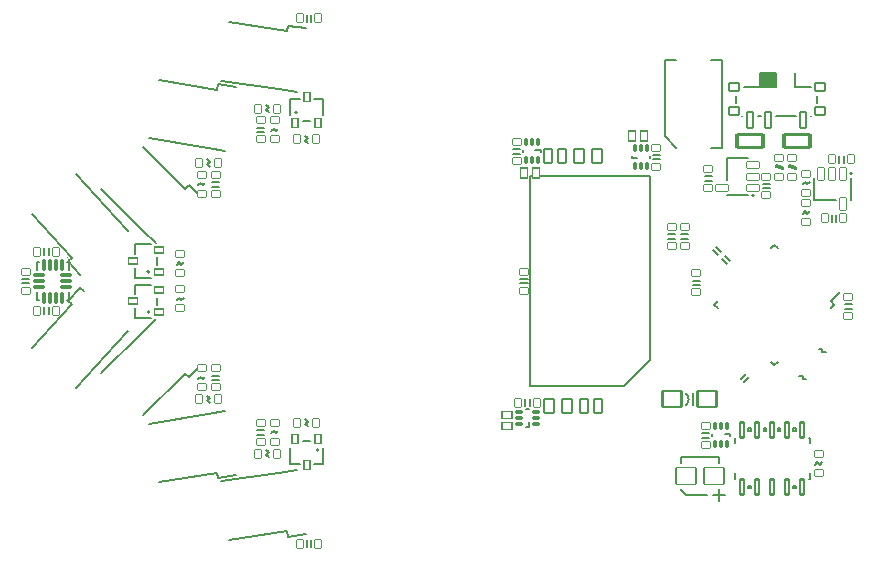
<source format=gto>
G04 #@! TF.GenerationSoftware,KiCad,Pcbnew,7.0.5*
G04 #@! TF.CreationDate,2024-01-12T06:43:16+09:00*
G04 #@! TF.ProjectId,uglyBob,75676c79-426f-4622-9e6b-696361645f70,rev?*
G04 #@! TF.SameCoordinates,Original*
G04 #@! TF.FileFunction,Legend,Top*
G04 #@! TF.FilePolarity,Positive*
%FSLAX46Y46*%
G04 Gerber Fmt 4.6, Leading zero omitted, Abs format (unit mm)*
G04 Created by KiCad (PCBNEW 7.0.5) date 2024-01-12 06:43:16*
%MOMM*%
%LPD*%
G01*
G04 APERTURE LIST*
G04 Aperture macros list*
%AMRoundRect*
0 Rectangle with rounded corners*
0 $1 Rounding radius*
0 $2 $3 $4 $5 $6 $7 $8 $9 X,Y pos of 4 corners*
0 Add a 4 corners polygon primitive as box body*
4,1,4,$2,$3,$4,$5,$6,$7,$8,$9,$2,$3,0*
0 Add four circle primitives for the rounded corners*
1,1,$1+$1,$2,$3*
1,1,$1+$1,$4,$5*
1,1,$1+$1,$6,$7*
1,1,$1+$1,$8,$9*
0 Add four rect primitives between the rounded corners*
20,1,$1+$1,$2,$3,$4,$5,0*
20,1,$1+$1,$4,$5,$6,$7,0*
20,1,$1+$1,$6,$7,$8,$9,0*
20,1,$1+$1,$8,$9,$2,$3,0*%
G04 Aperture macros list end*
%ADD10C,0.200000*%
%ADD11C,0.100000*%
%ADD12C,0.600000*%
%ADD13RoundRect,0.080000X0.320000X-0.620000X0.320000X0.620000X-0.320000X0.620000X-0.320000X-0.620000X0*%
%ADD14RoundRect,0.100000X0.400000X-0.600000X0.400000X0.600000X-0.400000X0.600000X-0.400000X-0.600000X0*%
%ADD15RoundRect,0.037500X0.362500X-0.262500X0.362500X0.262500X-0.362500X0.262500X-0.362500X-0.262500X0*%
%ADD16RoundRect,0.037500X0.262500X0.362500X-0.262500X0.362500X-0.262500X-0.362500X0.262500X-0.362500X0*%
%ADD17RoundRect,0.037500X-0.262500X-0.362500X0.262500X-0.362500X0.262500X0.362500X-0.262500X0.362500X0*%
%ADD18C,1.400000*%
%ADD19RoundRect,0.019685X-0.280315X0.530315X-0.280315X-0.530315X0.280315X-0.530315X0.280315X0.530315X0*%
%ADD20RoundRect,0.140000X-1.110000X0.560000X-1.110000X-0.560000X1.110000X-0.560000X1.110000X0.560000X0*%
%ADD21RoundRect,0.100000X0.150000X0.650000X-0.150000X0.650000X-0.150000X-0.650000X0.150000X-0.650000X0*%
%ADD22RoundRect,0.037500X-0.362500X0.262500X-0.362500X-0.262500X0.362500X-0.262500X0.362500X0.262500X0*%
%ADD23RoundRect,0.060000X0.390000X0.240000X-0.390000X0.240000X-0.390000X-0.240000X0.390000X-0.240000X0*%
%ADD24RoundRect,0.037500X0.441942X0.070711X0.070711X0.441942X-0.441942X-0.070711X-0.070711X-0.441942X0*%
%ADD25RoundRect,0.060000X-0.240000X0.390000X-0.240000X-0.390000X0.240000X-0.390000X0.240000X0.390000X0*%
%ADD26RoundRect,0.050000X-0.318198X-0.459619X0.459619X0.318198X0.318198X0.459619X-0.459619X-0.318198X0*%
%ADD27RoundRect,0.050000X0.459619X-0.318198X-0.318198X0.459619X-0.459619X0.318198X0.318198X-0.459619X0*%
%ADD28RoundRect,0.050000X0.318198X0.459619X-0.459619X-0.318198X-0.318198X-0.459619X0.459619X0.318198X0*%
%ADD29RoundRect,0.037500X0.070711X-0.441942X0.441942X-0.070711X-0.070711X0.441942X-0.441942X0.070711X0*%
%ADD30RoundRect,0.070000X0.280000X0.680000X-0.280000X0.680000X-0.280000X-0.680000X0.280000X-0.680000X0*%
%ADD31RoundRect,0.080000X0.420000X0.320000X-0.420000X0.320000X-0.420000X-0.320000X0.420000X-0.320000X0*%
%ADD32RoundRect,0.080000X-0.320000X0.620000X-0.320000X-0.620000X0.320000X-0.620000X0.320000X0.620000X0*%
%ADD33RoundRect,0.100000X-0.400000X0.600000X-0.400000X-0.600000X0.400000X-0.600000X0.400000X0.600000X0*%
%ADD34RoundRect,0.075000X0.425000X0.300000X-0.425000X0.300000X-0.425000X-0.300000X0.425000X-0.300000X0*%
%ADD35RoundRect,0.060000X0.240000X-0.390000X0.240000X0.390000X-0.240000X0.390000X-0.240000X-0.390000X0*%
%ADD36RoundRect,0.060000X0.090000X-0.275000X0.090000X0.275000X-0.090000X0.275000X-0.090000X-0.275000X0*%
%ADD37RoundRect,0.060000X-0.090000X0.275000X-0.090000X-0.275000X0.090000X-0.275000X0.090000X0.275000X0*%
%ADD38RoundRect,0.060000X0.275000X0.090000X-0.275000X0.090000X-0.275000X-0.090000X0.275000X-0.090000X0*%
%ADD39RoundRect,0.075000X0.300000X-0.425000X0.300000X0.425000X-0.300000X0.425000X-0.300000X-0.425000X0*%
%ADD40RoundRect,0.019685X0.530315X0.280315X-0.530315X0.280315X-0.530315X-0.280315X0.530315X-0.280315X0*%
%ADD41RoundRect,0.075000X-0.300000X0.425000X-0.300000X-0.425000X0.300000X-0.425000X0.300000X0.425000X0*%
%ADD42RoundRect,0.050000X-0.850000X-0.700000X0.850000X-0.700000X0.850000X0.700000X-0.850000X0.700000X0*%
%ADD43RoundRect,0.060000X-0.090000X0.440000X-0.090000X-0.440000X0.090000X-0.440000X0.090000X0.440000X0*%
%ADD44RoundRect,0.060000X-0.440000X-0.090000X0.440000X-0.090000X0.440000X0.090000X-0.440000X0.090000X0*%
%ADD45RoundRect,0.093750X0.806250X0.656250X-0.806250X0.656250X-0.806250X-0.656250X0.806250X-0.656250X0*%
G04 APERTURE END LIST*
D10*
X113800000Y-89700000D02*
X114400000Y-89700000D01*
X113800000Y-89300000D02*
X114400000Y-89300000D01*
X117200000Y-100350000D02*
X117800000Y-100350000D01*
X117200000Y-99950000D02*
X117800000Y-99950000D01*
X119700000Y-81300000D02*
X119700000Y-88700000D01*
X118700000Y-81300000D02*
X119700000Y-81300000D01*
X114800000Y-81300000D02*
X115800000Y-81300000D01*
X114800000Y-81300000D02*
X114800000Y-87700000D01*
X119700000Y-88700000D02*
X118700000Y-88700000D01*
X115800000Y-88700000D02*
X114800000Y-87700000D01*
X73700000Y-98400000D02*
X73500000Y-98600000D01*
X73700000Y-98400000D02*
X73900000Y-98600000D01*
X74100000Y-98400000D02*
X73900000Y-98600000D01*
X103400000Y-110600000D02*
X103400000Y-110000000D01*
X103000000Y-110600000D02*
X103000000Y-110000000D01*
X81700000Y-87100000D02*
X81500000Y-87300000D01*
X81700000Y-87100000D02*
X81900000Y-87300000D01*
X82100000Y-87100000D02*
X81900000Y-87300000D01*
X76100000Y-110100000D02*
X76300000Y-110300000D01*
X76100000Y-110100000D02*
X76300000Y-109900000D01*
X76100000Y-109700000D02*
X76300000Y-109900000D01*
X84600000Y-87900000D02*
X84400000Y-87700000D01*
X84600000Y-87900000D02*
X84400000Y-88100000D01*
X84600000Y-88300000D02*
X84400000Y-88100000D01*
X67123775Y-92199329D02*
X70674681Y-95719424D01*
X67123775Y-107800671D02*
X70674681Y-104280576D01*
X70674681Y-95719424D02*
X71739953Y-96775453D01*
X70674681Y-104280576D02*
X71739953Y-103224547D01*
X71176569Y-87893123D02*
X76108024Y-88718203D01*
X71176569Y-112106877D02*
X76108024Y-111281797D01*
X74194776Y-92168519D02*
X70643870Y-88648424D01*
X74194776Y-107831481D02*
X70643870Y-111351576D01*
X74511584Y-91848937D02*
X74194776Y-92168519D01*
X74511584Y-108151063D02*
X74194776Y-107831481D01*
X75576856Y-92904966D02*
X74511584Y-91848937D01*
X75576856Y-107095034D02*
X74511584Y-108151063D01*
X76108024Y-88718203D02*
X77587460Y-88965727D01*
X76108024Y-111281797D02*
X77587460Y-111034273D01*
X76933104Y-83786749D02*
X72001649Y-82961669D01*
X76933104Y-116213251D02*
X72001649Y-117038331D01*
X77007361Y-83342918D02*
X76933104Y-83786749D01*
X77007361Y-116657082D02*
X76933104Y-116213251D01*
X78486797Y-83590442D02*
X77007361Y-83342918D01*
X78486797Y-116409558D02*
X77007361Y-116657082D01*
X116200000Y-96400000D02*
X116800000Y-96400000D01*
X116200000Y-96000000D02*
X116800000Y-96000000D01*
X130550000Y-91300000D02*
X130550000Y-93100000D01*
X127450000Y-91300000D02*
X127450000Y-93100000D01*
X129300000Y-93100000D02*
X127450000Y-93100000D01*
X130700000Y-90900000D02*
G75*
G03*
X130700000Y-90900000I-100000J0D01*
G01*
X84400000Y-112100000D02*
X84600000Y-112300000D01*
X84400000Y-112100000D02*
X84600000Y-111900000D01*
X84400000Y-111700000D02*
X84600000Y-111900000D01*
X121900000Y-117540000D02*
X122100000Y-117540000D01*
X121900000Y-117540000D02*
X121900000Y-117340000D01*
X122100000Y-117540000D02*
X122100000Y-117340000D01*
X125700000Y-117540000D02*
X125900000Y-117540000D01*
X125700000Y-117540000D02*
X125700000Y-117340000D01*
X125900000Y-117540000D02*
X125900000Y-117340000D01*
X121900000Y-117340000D02*
X122100000Y-117340000D01*
X125700000Y-117340000D02*
X125900000Y-117340000D01*
X120725000Y-116715000D02*
X120800000Y-116715000D01*
X127075000Y-116715000D02*
X127000000Y-116715000D01*
X120725000Y-116270000D02*
X120725000Y-116715000D01*
X127075000Y-116270000D02*
X127075000Y-116715000D01*
X120725000Y-113730000D02*
X120725000Y-113285000D01*
X127075000Y-113730000D02*
X127075000Y-113285000D01*
X120725000Y-113285000D02*
X120800000Y-113285000D01*
X127075000Y-113285000D02*
X127000000Y-113285000D01*
X121900000Y-112660000D02*
X122100000Y-112660000D01*
X121900000Y-112660000D02*
X121900000Y-112460000D01*
X122100000Y-112660000D02*
X122100000Y-112460000D01*
X123200000Y-112660000D02*
X123400000Y-112660000D01*
X123200000Y-112660000D02*
X123200000Y-112460000D01*
X123400000Y-112660000D02*
X123400000Y-112460000D01*
X124400000Y-112660000D02*
X124600000Y-112660000D01*
X124400000Y-112660000D02*
X124400000Y-112460000D01*
X124600000Y-112660000D02*
X124600000Y-112460000D01*
X125700000Y-112660000D02*
X125900000Y-112660000D01*
X125700000Y-112660000D02*
X125700000Y-112460000D01*
X125900000Y-112660000D02*
X125900000Y-112460000D01*
X121900000Y-112460000D02*
X122100000Y-112460000D01*
X123200000Y-112460000D02*
X123400000Y-112460000D01*
X124400000Y-112460000D02*
X124600000Y-112460000D01*
X125700000Y-112460000D02*
X125900000Y-112460000D01*
X77100000Y-108000000D02*
X76500000Y-108000000D01*
X77100000Y-108400000D02*
X76500000Y-108400000D01*
X71850000Y-98000000D02*
X71850000Y-98600000D01*
X71300000Y-99700000D02*
X69950000Y-99700000D01*
X71300000Y-96900000D02*
X69950000Y-96900000D01*
X69950000Y-99700000D02*
X69950000Y-98900000D01*
X69950000Y-96900000D02*
X69950000Y-97700000D01*
X71200000Y-99200000D02*
G75*
G03*
X71200000Y-99200000I-100000J0D01*
G01*
X80900000Y-87000000D02*
X80300000Y-87000000D01*
X80900000Y-87400000D02*
X80300000Y-87400000D01*
X121529289Y-108553553D02*
X121953553Y-108129289D01*
X121246447Y-108270711D02*
X121670711Y-107846447D01*
X84200000Y-113550000D02*
X84800000Y-113550000D01*
X85900000Y-114100000D02*
X85900000Y-115450000D01*
X83100000Y-114100000D02*
X83100000Y-115450000D01*
X85900000Y-115450000D02*
X85100000Y-115450000D01*
X83100000Y-115450000D02*
X83900000Y-115450000D01*
X85500000Y-114300000D02*
G75*
G03*
X85500000Y-114300000I-100000J0D01*
G01*
X60400000Y-100200000D02*
X61000000Y-100200000D01*
X60400000Y-99800000D02*
X61000000Y-99800000D01*
X129191169Y-102000000D02*
X128908326Y-102282843D01*
X128908326Y-101717157D02*
X129686144Y-100939340D01*
X128908326Y-101717157D02*
X129191169Y-102000000D01*
X124100000Y-96908831D02*
X124382843Y-97191674D01*
X123817157Y-97191674D02*
X124100000Y-96908831D01*
X124382843Y-106808326D02*
X124100000Y-107091169D01*
X124100000Y-107091169D02*
X123817157Y-106808326D01*
X119291674Y-102282843D02*
X119008831Y-102000000D01*
X119008831Y-102000000D02*
X119291674Y-101717157D01*
X103420000Y-108890000D02*
X111365000Y-108890000D01*
X103420000Y-108890000D02*
X103420000Y-91110000D01*
X113580000Y-106675000D02*
X111365000Y-108890000D01*
X103420000Y-91110000D02*
X113580000Y-91110000D01*
X113580000Y-91110000D02*
X113580000Y-106675000D01*
X75500000Y-91700000D02*
X75300000Y-91900000D01*
X75500000Y-91700000D02*
X75700000Y-91900000D01*
X75900000Y-91700000D02*
X75700000Y-91900000D01*
X124800000Y-90350000D02*
X124200000Y-90150000D01*
X124200000Y-90350000D02*
X124200000Y-90150000D01*
X124800000Y-90550000D02*
X124800000Y-90350000D01*
X124800000Y-90550000D02*
X124200000Y-90350000D01*
X61285514Y-94320305D02*
X64639738Y-98028294D01*
X61285514Y-105679695D02*
X64639738Y-101971706D01*
X64306019Y-98330174D02*
X65312287Y-99442571D01*
X64306019Y-101669826D02*
X65312287Y-100557429D01*
X64639738Y-98028294D02*
X64306019Y-98330174D01*
X64639738Y-101971706D02*
X64306019Y-101669826D01*
X65646006Y-100859310D02*
X65312287Y-100557429D01*
X68347727Y-94674069D02*
X64993502Y-90966081D01*
X68347727Y-94674069D02*
X69353994Y-95786466D01*
X68347727Y-105325931D02*
X64993502Y-109033919D01*
X68347727Y-105325931D02*
X69353994Y-104213534D01*
X77211404Y-83054016D02*
X82160983Y-83762303D01*
X77211404Y-116945984D02*
X82160983Y-116237697D01*
X82160983Y-83762303D02*
X83645856Y-83974789D01*
X82160983Y-116237697D02*
X83645856Y-116025211D01*
X82869270Y-78812724D02*
X77919691Y-78104437D01*
X82869270Y-121187276D02*
X77919691Y-121895563D01*
X82933016Y-78367262D02*
X82869270Y-78812724D01*
X82933016Y-121632738D02*
X82869270Y-121187276D01*
X84417890Y-78579749D02*
X82933016Y-78367262D01*
X84417890Y-121420251D02*
X82933016Y-121632738D01*
X119646447Y-98129289D02*
X120070711Y-98553553D01*
X119929289Y-97846447D02*
X120353553Y-98270711D01*
X127750000Y-84900000D02*
X127750000Y-84300000D01*
X127230000Y-83600000D02*
X125850000Y-83600000D01*
X127200000Y-86000000D02*
X127200000Y-86000000D01*
X125900000Y-86000000D02*
X124200000Y-86000000D01*
X125850000Y-83600000D02*
X125850000Y-82400000D01*
X122950000Y-86000000D02*
X122700000Y-86000000D01*
X122900000Y-83600000D02*
X121500000Y-83600000D01*
X121400000Y-86000000D02*
X121400000Y-86000000D01*
X120850000Y-84900000D02*
X120850000Y-84300000D01*
X124200000Y-83600000D02*
X122900000Y-83600000D01*
X122900000Y-83600000D02*
X122900000Y-82400000D01*
X122900000Y-82400000D02*
X124200000Y-82400000D01*
X124200000Y-82400000D02*
X124200000Y-83600000D01*
G36*
X124200000Y-83600000D02*
G01*
X122900000Y-83600000D01*
X122900000Y-82400000D01*
X124200000Y-82400000D01*
X124200000Y-83600000D01*
G37*
X127950000Y-115550000D02*
X128150000Y-115350000D01*
X127950000Y-115550000D02*
X127750000Y-115350000D01*
X127550000Y-115550000D02*
X127750000Y-115350000D01*
X115100000Y-96400000D02*
X115700000Y-96400000D01*
X115100000Y-96000000D02*
X115700000Y-96000000D01*
X62300000Y-97200000D02*
X62300000Y-97800000D01*
X62700000Y-97200000D02*
X62700000Y-97800000D01*
X126900000Y-91800000D02*
X127100000Y-91600000D01*
X126900000Y-91800000D02*
X126700000Y-91600000D01*
X126500000Y-91800000D02*
X126700000Y-91600000D01*
X129350000Y-95000000D02*
X129350000Y-94400000D01*
X128950000Y-95000000D02*
X128950000Y-94400000D01*
X76100000Y-90100000D02*
X76300000Y-90300000D01*
X76100000Y-90100000D02*
X76300000Y-89900000D01*
X76100000Y-89700000D02*
X76300000Y-89900000D01*
X81300000Y-114500000D02*
X81100000Y-114300000D01*
X81300000Y-114500000D02*
X81100000Y-114700000D01*
X81300000Y-114900000D02*
X81100000Y-114700000D01*
X128150000Y-105708579D02*
X127867157Y-105708579D01*
X128150000Y-105708579D02*
X128150000Y-105991421D01*
X128432843Y-105991421D02*
X128150000Y-105991421D01*
X80300000Y-113000000D02*
X80900000Y-113000000D01*
X80300000Y-112600000D02*
X80900000Y-112600000D01*
X125300000Y-90350000D02*
X125900000Y-90550000D01*
X125900000Y-90350000D02*
X125900000Y-90550000D01*
X125300000Y-90150000D02*
X125300000Y-90350000D01*
X125300000Y-90150000D02*
X125900000Y-90350000D01*
X84800000Y-86450000D02*
X84200000Y-86450000D01*
X83100000Y-85900000D02*
X83100000Y-84550000D01*
X85900000Y-85900000D02*
X85900000Y-84550000D01*
X83100000Y-84550000D02*
X83900000Y-84550000D01*
X85900000Y-84550000D02*
X85100000Y-84550000D01*
X83700000Y-85700000D02*
G75*
G03*
X83700000Y-85700000I-100000J0D01*
G01*
X112050000Y-89600000D02*
X112500000Y-89600000D01*
X112050000Y-89600000D02*
X112050000Y-89400000D01*
X113550000Y-89600000D02*
X113550000Y-89400000D01*
X71850000Y-101400000D02*
X71850000Y-102000000D01*
X71300000Y-103100000D02*
X69950000Y-103100000D01*
X71300000Y-100300000D02*
X69950000Y-100300000D01*
X69950000Y-103100000D02*
X69950000Y-102300000D01*
X69950000Y-100300000D02*
X69950000Y-101100000D01*
X71200000Y-102600000D02*
G75*
G03*
X71200000Y-102600000I-100000J0D01*
G01*
X120350000Y-112950000D02*
X119900000Y-112950000D01*
X120350000Y-112950000D02*
X120350000Y-113150000D01*
X118850000Y-112950000D02*
X118850000Y-113150000D01*
X103300000Y-112350000D02*
X103300000Y-111900000D01*
X103300000Y-112350000D02*
X103100000Y-112350000D01*
X103300000Y-110850000D02*
X103100000Y-110850000D01*
X104300000Y-88900000D02*
X103850000Y-88900000D01*
X104300000Y-88900000D02*
X104300000Y-89100000D01*
X102800000Y-88900000D02*
X102800000Y-89100000D01*
X84500000Y-121950000D02*
X84500000Y-122550000D01*
X84900000Y-121950000D02*
X84900000Y-122550000D01*
X130650000Y-101950000D02*
X130050000Y-101950000D01*
X130650000Y-102350000D02*
X130050000Y-102350000D01*
X121900000Y-92700000D02*
X120100000Y-92700000D01*
X121900000Y-89600000D02*
X120100000Y-89600000D01*
X120100000Y-91450000D02*
X120100000Y-89600000D01*
X122400000Y-92750000D02*
G75*
G03*
X122400000Y-92750000I-100000J0D01*
G01*
X81900000Y-112900000D02*
X82100000Y-112700000D01*
X81900000Y-112900000D02*
X81700000Y-112700000D01*
X81500000Y-112900000D02*
X81700000Y-112700000D01*
X81300000Y-85300000D02*
X81100000Y-85100000D01*
X81300000Y-85300000D02*
X81100000Y-85500000D01*
X81300000Y-85700000D02*
X81100000Y-85500000D01*
X62700000Y-102800000D02*
X62700000Y-102200000D01*
X62300000Y-102800000D02*
X62300000Y-102200000D01*
X73700000Y-101400000D02*
X73500000Y-101600000D01*
X73700000Y-101400000D02*
X73900000Y-101600000D01*
X74100000Y-101400000D02*
X73900000Y-101600000D01*
X119900000Y-118100000D02*
X118900000Y-118100000D01*
X119400000Y-118600000D02*
X119400000Y-117600000D01*
X119400000Y-115400000D02*
X119400000Y-114900000D01*
X116600000Y-118100000D02*
X118400000Y-118100000D01*
X116600000Y-118100000D02*
X116200000Y-117700000D01*
X116200000Y-117700000D02*
X116200000Y-117600000D01*
X116200000Y-115400000D02*
X116200000Y-114900000D01*
X116200000Y-114900000D02*
X119400000Y-114900000D01*
X75700000Y-108300000D02*
X75900000Y-108100000D01*
X75700000Y-108300000D02*
X75500000Y-108100000D01*
X75300000Y-108300000D02*
X75500000Y-108100000D01*
X118200000Y-91500000D02*
X118800000Y-91500000D01*
X118200000Y-91100000D02*
X118800000Y-91100000D01*
X64350000Y-98400000D02*
X64200000Y-98400000D01*
X64350000Y-98400000D02*
X64350000Y-99050000D01*
X61650000Y-98400000D02*
X61800000Y-98400000D01*
X61650000Y-98400000D02*
X61650000Y-99050000D01*
X64350000Y-101600000D02*
X64350000Y-100950000D01*
X64350000Y-101600000D02*
X64200000Y-101600000D01*
X61650000Y-101600000D02*
X61650000Y-100950000D01*
X61650000Y-101600000D02*
X61800000Y-101600000D01*
D11*
X64250000Y-98000000D02*
G75*
G03*
X64250000Y-98000000I-50000J0D01*
G01*
D10*
X84500000Y-77450000D02*
X84500000Y-78050000D01*
X84900000Y-77450000D02*
X84900000Y-78050000D01*
X117200000Y-110500000D02*
X117200000Y-109500000D01*
X116600000Y-110500000D02*
G75*
G03*
X116600000Y-109500000I-400000J500000D01*
G01*
X118896447Y-97379289D02*
X119320711Y-97803553D01*
X119179289Y-97096447D02*
X119603553Y-97520711D01*
X126900000Y-94300000D02*
X127100000Y-94100000D01*
X126900000Y-94300000D02*
X126700000Y-94100000D01*
X126500000Y-94300000D02*
X126700000Y-94100000D01*
X103200000Y-99800000D02*
X102600000Y-99800000D01*
X103200000Y-100200000D02*
X102600000Y-100200000D01*
X130000000Y-90000000D02*
X130000000Y-89400000D01*
X129600000Y-90000000D02*
X129600000Y-89400000D01*
X126500000Y-108008579D02*
X126217157Y-108008579D01*
X126500000Y-108008579D02*
X126500000Y-108291421D01*
X126782843Y-108291421D02*
X126500000Y-108291421D01*
X102600000Y-88800000D02*
X102000000Y-88800000D01*
X102600000Y-89200000D02*
X102000000Y-89200000D01*
X76500000Y-92000000D02*
X77100000Y-92000000D01*
X76500000Y-91600000D02*
X77100000Y-91600000D01*
X118600000Y-112850000D02*
X118000000Y-112850000D01*
X118600000Y-113250000D02*
X118000000Y-113250000D01*
X123100000Y-92150000D02*
X123700000Y-92150000D01*
X123100000Y-91750000D02*
X123700000Y-91750000D01*
%LPC*%
D12*
X104950000Y-89450000D03*
D13*
X104950000Y-89450000D03*
D12*
X106150000Y-89450000D03*
D13*
X106150000Y-89450000D03*
D12*
X107550000Y-89450000D03*
D14*
X107550000Y-89450000D03*
D12*
X109050000Y-89450000D03*
D14*
X109050000Y-89450000D03*
D15*
X114100000Y-90300000D03*
X114100000Y-88700000D03*
X117500000Y-100950000D03*
X117500000Y-99350000D03*
X73800000Y-99300000D03*
X73800000Y-97700000D03*
D16*
X104000000Y-110300000D03*
X102400000Y-110300000D03*
D15*
X81800000Y-88000000D03*
X81800000Y-86400000D03*
D16*
X77000000Y-110000000D03*
X75400000Y-110000000D03*
D17*
X83700000Y-88000000D03*
X85300000Y-88000000D03*
D18*
X78530148Y-112123649D03*
X78949288Y-114628827D03*
X78530148Y-87876351D03*
X78949288Y-85371173D03*
X73138532Y-103570056D03*
X74926740Y-105373916D03*
X73138532Y-96429944D03*
X74926740Y-94626084D03*
D15*
X116500000Y-97000000D03*
X116500000Y-95400000D03*
D19*
X129950000Y-90900000D03*
X129000000Y-90900000D03*
X128050000Y-90900000D03*
X129950000Y-93500000D03*
D12*
X126500000Y-88100000D03*
D20*
X126000000Y-88100000D03*
D12*
X125500000Y-88100000D03*
X122500000Y-88100000D03*
D20*
X122000000Y-88100000D03*
D12*
X121500000Y-88100000D03*
D16*
X85300000Y-112000000D03*
X83700000Y-112000000D03*
D21*
X121360000Y-117405000D03*
X121360000Y-112595000D03*
X122630000Y-117405000D03*
X122630000Y-112595000D03*
X123900000Y-117405000D03*
X123900000Y-112595000D03*
X125170000Y-117405000D03*
X125170000Y-112595000D03*
X126440000Y-117405000D03*
X126440000Y-112595000D03*
D22*
X76800000Y-107400000D03*
X76800000Y-109000000D03*
D23*
X72000000Y-99250000D03*
X72000000Y-97350000D03*
X69800000Y-98300000D03*
D22*
X80600000Y-86400000D03*
X80600000Y-88000000D03*
D24*
X122165685Y-108765685D03*
X121034315Y-107634315D03*
D25*
X85450000Y-113400000D03*
X83550000Y-113400000D03*
X84500000Y-115600000D03*
D15*
X60700000Y-100800000D03*
X60700000Y-99200000D03*
D26*
X129049747Y-100939340D03*
X128696194Y-100585786D03*
X128342641Y-100232233D03*
X127989087Y-99878680D03*
X127635534Y-99525126D03*
X127281981Y-99171573D03*
X126928427Y-98818019D03*
X126574874Y-98464466D03*
X126221320Y-98110913D03*
X125867767Y-97757359D03*
X125514214Y-97403806D03*
X125160660Y-97050253D03*
D27*
X123039340Y-97050253D03*
X122685786Y-97403806D03*
X122332233Y-97757359D03*
X121978680Y-98110913D03*
X121625126Y-98464466D03*
X121271573Y-98818019D03*
X120918019Y-99171573D03*
X120564466Y-99525126D03*
X120210913Y-99878680D03*
X119857359Y-100232233D03*
X119503806Y-100585786D03*
X119150253Y-100939340D03*
D28*
X119150253Y-103060660D03*
X119503806Y-103414214D03*
X119857359Y-103767767D03*
X120210913Y-104121320D03*
X120564466Y-104474874D03*
X120918019Y-104828427D03*
X121271573Y-105181981D03*
X121625126Y-105535534D03*
X121978680Y-105889087D03*
X122332233Y-106242641D03*
X122685786Y-106596194D03*
X123039340Y-106949747D03*
D27*
X125160660Y-106949747D03*
X125514214Y-106596194D03*
X125867767Y-106242641D03*
X126221320Y-105889087D03*
X126574874Y-105535534D03*
X126928427Y-105181981D03*
X127281981Y-104828427D03*
X127635534Y-104474874D03*
X127989087Y-104121320D03*
X128342641Y-103767767D03*
X128696194Y-103414214D03*
X129049747Y-103060660D03*
D15*
X75600000Y-92600000D03*
X75600000Y-91000000D03*
D22*
X124500000Y-89550000D03*
X124500000Y-91150000D03*
D18*
X84562532Y-117136564D03*
X84922342Y-119650950D03*
X84562532Y-82863436D03*
X84922342Y-80349050D03*
X68944963Y-102832197D03*
X67061305Y-101128251D03*
X68944963Y-97167803D03*
X67061305Y-98871749D03*
D29*
X119434315Y-98765685D03*
X120565685Y-97634315D03*
D30*
X126550000Y-86350000D03*
X123550000Y-86350000D03*
X122050000Y-86350000D03*
D31*
X127950000Y-85600000D03*
X127950000Y-83600000D03*
X120650000Y-85600000D03*
X120650000Y-83600000D03*
D22*
X127850000Y-114650000D03*
X127850000Y-116250000D03*
D15*
X115400000Y-97000000D03*
X115400000Y-95400000D03*
D17*
X61700000Y-97500000D03*
X63300000Y-97500000D03*
D12*
X109150000Y-110550000D03*
D32*
X109150000Y-110550000D03*
D12*
X107950000Y-110550000D03*
D32*
X107950000Y-110550000D03*
D12*
X106550000Y-110550000D03*
D33*
X106550000Y-110550000D03*
D12*
X105050000Y-110550000D03*
D33*
X105050000Y-110550000D03*
D22*
X126800000Y-90900000D03*
X126800000Y-92500000D03*
D16*
X129950000Y-94700000D03*
X128350000Y-94700000D03*
X77000000Y-90000000D03*
X75400000Y-90000000D03*
D17*
X80400000Y-114600000D03*
X82000000Y-114600000D03*
D29*
X127584315Y-106415685D03*
X128715685Y-105284315D03*
D34*
X101450000Y-112300000D03*
X101450000Y-111300000D03*
D15*
X80600000Y-113600000D03*
X80600000Y-112000000D03*
X125600000Y-91150000D03*
X125600000Y-89550000D03*
D35*
X83550000Y-86600000D03*
X85450000Y-86600000D03*
X84500000Y-84400000D03*
D36*
X112300000Y-90240000D03*
X112800000Y-90240000D03*
X113300000Y-90240000D03*
X113300000Y-88760000D03*
X112800000Y-88760000D03*
X112300000Y-88760000D03*
D23*
X72000000Y-102650000D03*
X72000000Y-100750000D03*
X69800000Y-101700000D03*
D37*
X120100000Y-112310000D03*
X119600000Y-112310000D03*
X119100000Y-112310000D03*
X119100000Y-113790000D03*
X119600000Y-113790000D03*
X120100000Y-113790000D03*
D38*
X103940000Y-112100000D03*
X103940000Y-111600000D03*
X103940000Y-111100000D03*
X102460000Y-111100000D03*
X102460000Y-111600000D03*
X102460000Y-112100000D03*
D37*
X104050000Y-88260000D03*
X103550000Y-88260000D03*
X103050000Y-88260000D03*
X103050000Y-89740000D03*
X103550000Y-89740000D03*
X104050000Y-89740000D03*
D17*
X83900000Y-122250000D03*
X85500000Y-122250000D03*
D22*
X130350000Y-101350000D03*
X130350000Y-102950000D03*
D39*
X112050000Y-87750000D03*
X113050000Y-87750000D03*
D40*
X122300000Y-92100000D03*
X122300000Y-91150000D03*
X122300000Y-90200000D03*
X119700000Y-92100000D03*
D22*
X81800000Y-112000000D03*
X81800000Y-113600000D03*
D17*
X80400000Y-85400000D03*
X82000000Y-85400000D03*
D16*
X63300000Y-102500000D03*
X61700000Y-102500000D03*
D41*
X103900000Y-90850000D03*
X102900000Y-90850000D03*
D15*
X73800000Y-102300000D03*
X73800000Y-100700000D03*
D42*
X119000000Y-116500000D03*
X116600000Y-116500000D03*
D22*
X75600000Y-107400000D03*
X75600000Y-109000000D03*
D15*
X118500000Y-92100000D03*
X118500000Y-90500000D03*
D43*
X63750000Y-98600000D03*
X63250000Y-98600000D03*
X62750000Y-98600000D03*
X62250000Y-98600000D03*
D44*
X61850000Y-99500000D03*
X61850000Y-100000000D03*
X61850000Y-100500000D03*
D43*
X62250000Y-101400000D03*
X62750000Y-101400000D03*
X63250000Y-101400000D03*
X63750000Y-101400000D03*
D44*
X64150000Y-100500000D03*
X64150000Y-100000000D03*
X64150000Y-99500000D03*
D17*
X83900000Y-77750000D03*
X85500000Y-77750000D03*
D45*
X118400000Y-110000000D03*
X115400000Y-110000000D03*
D29*
X118684315Y-98015685D03*
X119815685Y-96884315D03*
D22*
X126800000Y-93400000D03*
X126800000Y-95000000D03*
X102900000Y-99200000D03*
X102900000Y-100800000D03*
D16*
X130600000Y-89700000D03*
X129000000Y-89700000D03*
D29*
X125934315Y-108715685D03*
X127065685Y-107584315D03*
D22*
X102300000Y-88200000D03*
X102300000Y-89800000D03*
D15*
X76800000Y-92600000D03*
X76800000Y-91000000D03*
D22*
X118300000Y-112250000D03*
X118300000Y-113850000D03*
D15*
X123400000Y-92750000D03*
X123400000Y-91150000D03*
G36*
X106993039Y-113019685D02*
G01*
X107038794Y-113072489D01*
X107050000Y-113124000D01*
X107050000Y-114876000D01*
X107030315Y-114943039D01*
X106977511Y-114988794D01*
X106926000Y-115000000D01*
X93074000Y-115000000D01*
X93006961Y-114980315D01*
X92961206Y-114927511D01*
X92950000Y-114876000D01*
X92950000Y-113124000D01*
X92969685Y-113056961D01*
X93022489Y-113011206D01*
X93074000Y-113000000D01*
X106926000Y-113000000D01*
X106993039Y-113019685D01*
G37*
G36*
X106993039Y-85019685D02*
G01*
X107038794Y-85072489D01*
X107050000Y-85124000D01*
X107050000Y-86876000D01*
X107030315Y-86943039D01*
X106977511Y-86988794D01*
X106926000Y-87000000D01*
X93074000Y-87000000D01*
X93006961Y-86980315D01*
X92961206Y-86927511D01*
X92950000Y-86876000D01*
X92950000Y-85124000D01*
X92969685Y-85056961D01*
X93022489Y-85011206D01*
X93074000Y-85000000D01*
X106926000Y-85000000D01*
X106993039Y-85019685D01*
G37*
%LPD*%
M02*

</source>
